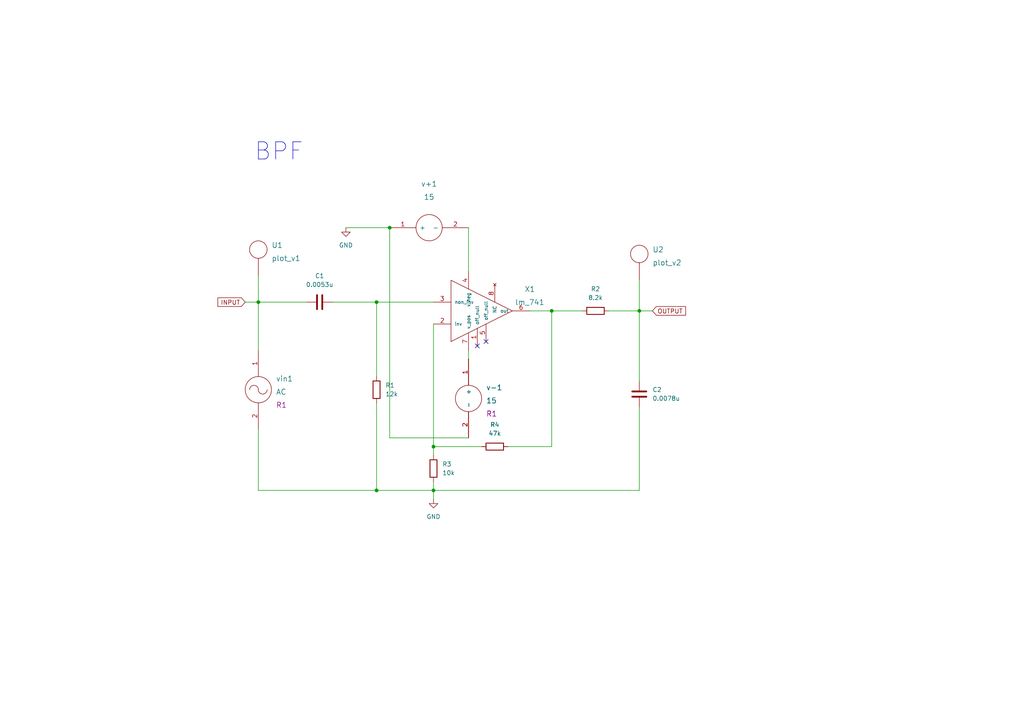
<source format=kicad_sch>
(kicad_sch (version 20211123) (generator eeschema)
  (paper "A4")
  (lib_symbols
    (symbol "eSim_Devices:capacitor" (pin_numbers hide) (pin_names (offset 0.254))
      (property "Reference" "C" (at 0.635 2.54 0))
      (property "Value" "capacitor" (at 0.635 -2.54 0))
      (symbol "capacitor_0_1"
        (polyline (pts (xy -2.032 -0.762) (xy 2.032 -0.762)) (stroke (width 0.508)))
        (polyline (pts (xy -2.032 0.762) (xy 2.032 0.762)) (stroke (width 0.508)))
      )
      (symbol "capacitor_1_1"
        (pin passive line (at 0 3.81 270) (length 2.794) (name "~") (number "1"))
        (pin passive line (at 0 -3.81 90) (length 2.794) (name "~") (number "2"))
      )
    )
    (symbol "eSim_Devices:resistor" (pin_numbers hide) (pin_names (offset 0))
      (property "Reference" "R" (at 1.27 3.302 0))
      (property "Value" "resistor" (at 1.27 -1.27 0))
      (symbol "resistor_0_1"
        (rectangle (start 3.81 0.254) (end -1.27 2.286) (stroke (width 0.254)))
      )
      (symbol "resistor_1_1"
        (pin passive line (at -2.54 1.27 0) (length 1.27) (name "~") (number "1"))
        (pin passive line (at 5.08 1.27 180) (length 1.27) (name "~") (number "2"))
      )
    )
    (symbol "eSim_Plot:plot_v1" (pin_names (offset 1.016))
      (property "Reference" "U" (at 0 12.7 0))
      (property "Value" "plot_v1" (at 5.08 8.89 0))
      (symbol "plot_v1_0_1"
        (circle (center 0 12.7) (radius 2.54))
      )
      (symbol "plot_v1_1_1"
        (pin input line (at 0 5.08 90) (length 5.08) (name "~") (number "~"))
      )
    )
    (symbol "eSim_Power:eSim_GND" (power) (pin_names (offset 0))
      (property "Value" "eSim_GND" (at 0 -3.81 0))
      (symbol "eSim_GND_0_1"
        (polyline (pts (xy 0 0) (xy 0 -1.27) (xy 1.27 -1.27) (xy 0 -2.54) (xy -1.27 -1.27) (xy 0 -1.27)))
      )
      (symbol "eSim_GND_1_1"
        (pin power_in line (at 0 0 270) (length 0) hide (name "GND") (number "1"))
      )
    )
    (symbol "eSim_Sources:AC" (pin_names (offset 1.016))
      (property "Reference" "v" (at -5.08 2.54 0))
      (property "Value" "AC" (at -5.08 -1.27 0))
      (property "Footprint" "R1" (at -7.62 0 0))
      (symbol "AC_0_1"
        (arc (start 0 0) (mid -1.27 1.27) (end -2.54 0))
        (arc (start 0 0) (mid 1.27 -1.27) (end 2.54 0))
        (circle (center 0 0) (radius 3.81))
      )
      (symbol "AC_1_1"
        (pin input line (at 0 11.43 270) (length 7.62) (name "+") (number "1"))
        (pin input line (at 0 -11.43 90) (length 7.62) (name "-") (number "2"))
      )
    )
    (symbol "eSim_Sources:DC" (pin_names (offset 1.016))
      (property "Reference" "v" (at -5.08 2.54 0))
      (property "Value" "DC" (at -5.08 -1.27 0))
      (property "Footprint" "R1" (at -7.62 0 0))
      (symbol "DC_0_1"
        (circle (center 0 0) (radius 3.81))
      )
      (symbol "DC_1_1"
        (pin power_out line (at 0 11.43 270) (length 7.62) (name "+") (number "1"))
        (pin power_out line (at 0 -11.43 90) (length 7.62) (name "-") (number "2"))
      )
    )
    (symbol "eSim_Subckt:lm_741" (pin_names (offset 1.016))
      (property "Reference" "X" (at -5.08 0 0))
      (property "Value" "lm_741" (at -2.54 -6.35 0))
      (symbol "lm_741_0_1"
        (polyline (pts (xy -8.89 8.89) (xy 8.89 0) (xy -8.89 -8.89) (xy -8.89 8.89)))
      )
      (symbol "lm_741_1_1"
        (pin input line (at -1.27 10.16 270) (length 5.08) (name "off_null") (number "1"))
        (pin input line (at -13.97 3.81 0) (length 5.08) (name "inv") (number "2"))
        (pin input line (at -13.97 -2.54 0) (length 5.08) (name "non_inv") (number "3"))
        (pin input line (at -3.81 -11.43 90) (length 5.08) (name "v_neg") (number "4"))
        (pin input line (at 1.27 8.89 270) (length 5.08) (name "off_null") (number "5"))
        (pin output line (at 13.97 0 180) (length 5.08) (name "out") (number "6"))
        (pin input line (at -3.81 11.43 270) (length 5.08) (name "v_pos") (number "7"))
        (pin no_connect line (at 3.81 -7.62 90) (length 5.08) (name "NC") (number "8"))
      )
    )
  )
  (junction (at 109.22 142.24))
  (junction (at 125.73 142.24))
  (junction (at 125.73 129.54))
  (junction (at 113.03 66.04))
  (junction (at 74.93 87.63))
  (junction (at 185.42 90.17))
  (junction (at 109.22 87.63))
  (junction (at 160.02 90.17))
  (no_connect (at 140.97 99.06))
  (no_connect (at 138.43 100.33))
  (wire (pts (xy 113.03 66.04) (xy 113.03 127)))
  (wire (pts (xy 160.02 90.17) (xy 168.91 90.17)))
  (wire (pts (xy 185.42 90.17) (xy 189.23 90.17)))
  (wire (pts (xy 96.52 87.63) (xy 109.22 87.63)))
  (wire (pts (xy 113.03 127) (xy 135.89 127)))
  (wire (pts (xy 125.73 139.7) (xy 125.73 142.24)))
  (wire (pts (xy 125.73 142.24) (xy 185.42 142.24)))
  (wire (pts (xy 147.32 129.54) (xy 160.02 129.54)))
  (wire (pts (xy 135.89 101.6) (xy 135.89 104.14)))
  (wire (pts (xy 176.53 90.17) (xy 185.42 90.17)))
  (wire (pts (xy 125.73 129.54) (xy 139.7 129.54)))
  (wire (pts (xy 125.73 93.98) (xy 125.73 129.54)))
  (wire (pts (xy 109.22 87.63) (xy 125.73 87.63)))
  (wire (pts (xy 109.22 87.63) (xy 109.22 109.22)))
  (wire (pts (xy 74.93 124.46) (xy 74.93 142.24)))
  (wire (pts (xy 125.73 142.24) (xy 125.73 144.78)))
  (wire (pts (xy 153.67 90.17) (xy 160.02 90.17)))
  (wire (pts (xy 125.73 129.54) (xy 125.73 132.08)))
  (wire (pts (xy 74.93 142.24) (xy 109.22 142.24)))
  (wire (pts (xy 185.42 118.11) (xy 185.42 142.24)))
  (wire (pts (xy 109.22 116.84) (xy 109.22 142.24)))
  (wire (pts (xy 74.93 87.63) (xy 88.9 87.63)))
  (wire (pts (xy 74.93 87.63) (xy 74.93 101.6)))
  (wire (pts (xy 74.93 80.01) (xy 74.93 87.63)))
  (wire (pts (xy 185.42 81.28) (xy 185.42 90.17)))
  (wire (pts (xy 109.22 142.24) (xy 125.73 142.24)))
  (wire (pts (xy 100.33 66.04) (xy 113.03 66.04)))
  (wire (pts (xy 185.42 90.17) (xy 185.42 110.49)))
  (wire (pts (xy 160.02 90.17) (xy 160.02 129.54)))
  (wire (pts (xy 71.12 87.63) (xy 74.93 87.63)))
  (wire (pts (xy 135.89 66.04) (xy 135.89 78.74)))
  (text "BPF" (at 73.66 46.99 0) (effects (font (size 5 5)) (justify left bottom)))
  (global_label "OUTPUT" (shape input) (at 189.23 90.17 0) (property "Intersheet References" "${INTERSHEET_REFS}" (effects hide)))
  (global_label "INPUT" (shape input) (at 71.12 87.63 180) (property "Intersheet References" "${INTERSHEET_REFS}" (effects hide)))
  (symbol (lib_id "eSim_Plot:plot_v1") (at 74.93 85.09 0) (unit 1)
    (property "Reference" "U1" (at 78.74 71.12 0) (effects (font (size 1.524 1.524)) (justify left)))
    (property "Value" "plot_v1" (at 78.74 74.93 0) (effects (font (size 1.524 1.524)) (justify left)))
  )
  (symbol (lib_id "eSim_Devices:resistor") (at 171.45 91.44 0) (unit 1)
    (property "Reference" "R2" (at 172.72 83.82 0))
    (property "Value" "8.2k" (at 172.72 86.36 0))
  )
  (symbol (lib_id "eSim_Power:eSim_GND") (at 100.33 66.04 0) (unit 1)
    (property "Reference" "#PWR01" (effects hide))
    (property "Value" "eSim_GND" (at 100.33 71.12 0))
  )
  (symbol (lib_id "eSim_Devices:resistor") (at 110.49 114.3 90) (unit 1)
    (property "Reference" "R1" (at 111.76 111.7599 90) (effects (justify right)))
    (property "Value" "12k" (at 111.76 114.2999 90) (effects (justify right)))
  )
  (symbol (lib_id "eSim_Devices:resistor") (at 127 137.16 90) (unit 1)
    (property "Reference" "R3" (at 128.27 134.6199 90) (effects (justify right)))
    (property "Value" "10k" (at 128.27 137.1599 90) (effects (justify right)))
  )
  (symbol (lib_id "eSim_Devices:capacitor") (at 92.71 87.63 90) (unit 1)
    (property "Reference" "C1" (at 92.71 80.01 90))
    (property "Value" "0.0053u" (at 92.71 82.55 90))
  )
  (symbol (lib_id "eSim_Sources:DC") (at 135.89 115.57 0) (unit 1)
    (property "Reference" "v-1" (at 140.97 112.395 0) (effects (font (size 1.524 1.524)) (justify left)))
    (property "Value" "15" (at 140.97 116.205 0) (effects (font (size 1.524 1.524)) (justify left)))
    (property "Footprint" "R1" (at 140.97 120.015 0) (effects (font (size 1.524 1.524)) (justify left)))
  )
  (symbol (lib_id "eSim_Devices:resistor") (at 144.78 128.27 180) (unit 1)
    (property "Reference" "R4" (at 143.51 123.19 0))
    (property "Value" "47k" (at 143.51 125.73 0))
  )
  (symbol (lib_id "eSim_Devices:capacitor") (at 185.42 114.3 0) (unit 1)
    (property "Reference" "C2" (at 189.23 113.0299 0) (effects (justify left)))
    (property "Value" "0.0078u" (at 189.23 115.5699 0) (effects (justify left)))
  )
  (symbol (lib_id "eSim_Subckt:lm_741") (at 139.7 90.17 0) (mirror x) (unit 1)
    (property "Reference" "X1" (at 153.67 83.8733 0) (effects (font (size 1.524 1.524))))
    (property "Value" "lm_741" (at 153.67 87.6833 0) (effects (font (size 1.524 1.524))))
  )
  (symbol (lib_id "eSim_Power:eSim_GND") (at 125.73 144.78 0) (unit 1)
    (property "Reference" "#PWR0101" (effects hide))
    (property "Value" "eSim_GND" (at 125.73 149.86 0))
  )
  (symbol (lib_id "eSim_Sources:AC") (at 74.93 113.03 0) (unit 1)
    (property "Reference" "vin1" (at 80.01 109.855 0) (effects (font (size 1.524 1.524)) (justify left)))
    (property "Value" "AC" (at 80.01 113.665 0) (effects (font (size 1.524 1.524)) (justify left)))
    (property "Footprint" "R1" (at 80.01 117.475 0) (effects (font (size 1.524 1.524)) (justify left)))
  )
  (symbol (lib_id "eSim_Sources:DC") (at 124.46 66.04 90) (unit 1)
    (property "Reference" "v+1" (at 124.46 53.34 90) (effects (font (size 1.524 1.524))))
    (property "Value" "15" (at 124.46 57.15 90) (effects (font (size 1.524 1.524))))
  )
  (symbol (lib_id "eSim_Plot:plot_v1") (at 185.42 86.36 0) (unit 1)
    (property "Reference" "U2" (at 189.23 72.39 0) (effects (font (size 1.524 1.524)) (justify left)))
    (property "Value" "plot_v2" (at 189.23 76.2 0) (effects (font (size 1.524 1.524)) (justify left)))
  )
)
</source>
